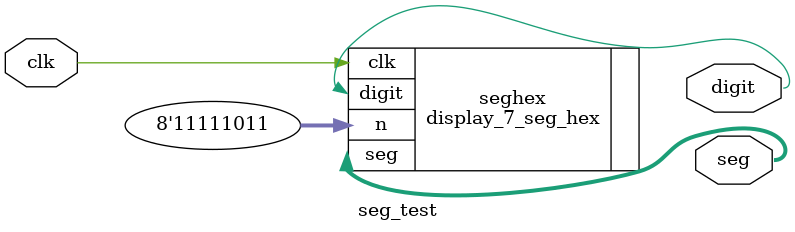
<source format=v>
module seg_test(
  input clk,
   output [6:0] seg,
   output digit 
); 

  display_7_seg_hex seghex (.clk(clk), .n(8'hfb), .seg(seg), .digit(digit)); 

endmodule

</source>
